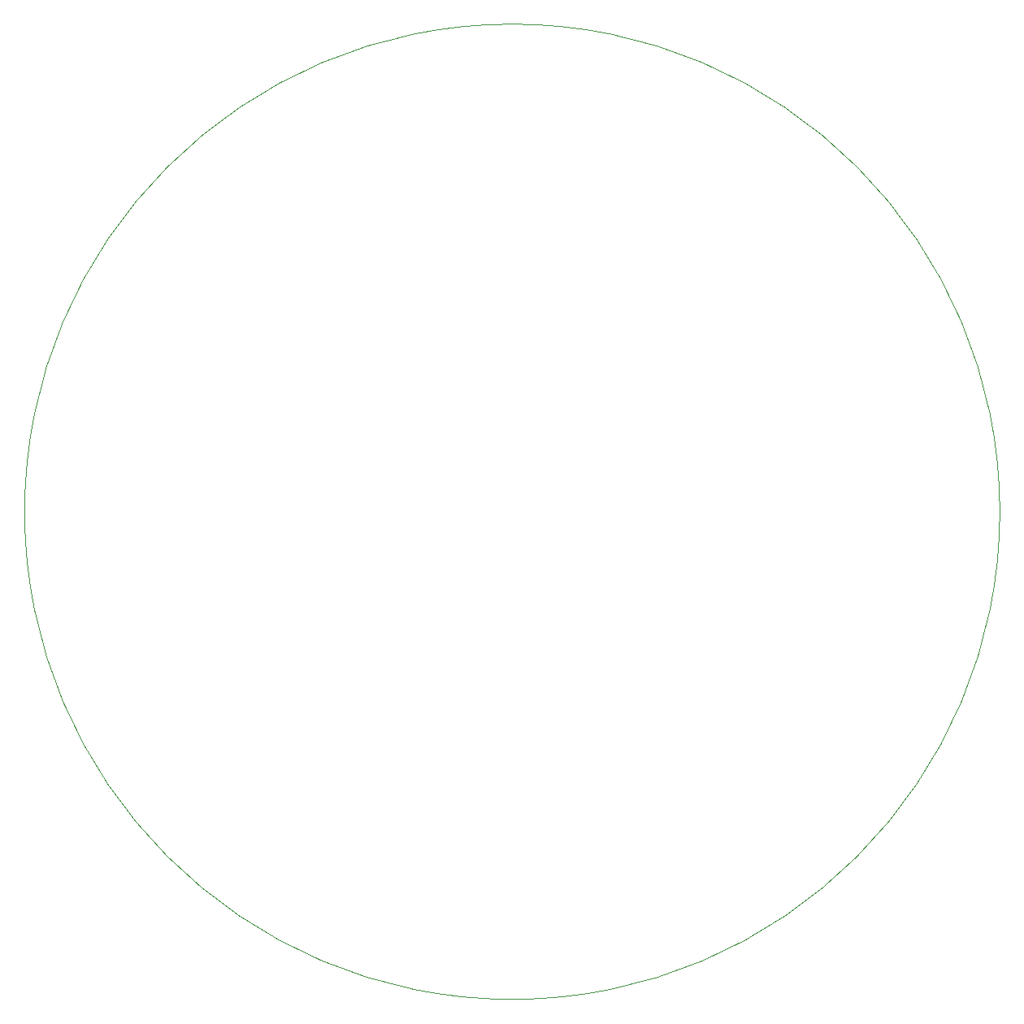
<source format=gbr>
%TF.GenerationSoftware,KiCad,Pcbnew,6.0.11+dfsg-1*%
%TF.CreationDate,2023-02-21T17:46:25-06:00*%
%TF.ProjectId,base,62617365-2e6b-4696-9361-645f70636258,A*%
%TF.SameCoordinates,Original*%
%TF.FileFunction,Profile,NP*%
%FSLAX46Y46*%
G04 Gerber Fmt 4.6, Leading zero omitted, Abs format (unit mm)*
G04 Created by KiCad (PCBNEW 6.0.11+dfsg-1) date 2023-02-21 17:46:25*
%MOMM*%
%LPD*%
G01*
G04 APERTURE LIST*
%TA.AperFunction,Profile*%
%ADD10C,0.050000*%
%TD*%
G04 APERTURE END LIST*
D10*
X177800000Y-101600000D02*
G75*
G03*
X177800000Y-101600000I-50800000J0D01*
G01*
M02*

</source>
